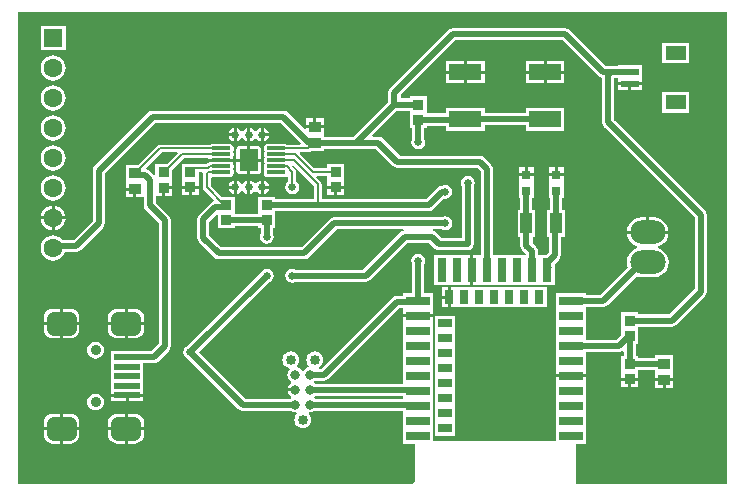
<source format=gtl>
G04*
G04 #@! TF.GenerationSoftware,Altium Limited,Altium Designer,19.1.9 (167)*
G04*
G04 Layer_Physical_Order=1*
G04 Layer_Color=255*
%FSLAX25Y25*%
%MOIN*%
G70*
G01*
G75*
%ADD13C,0.01000*%
%ADD32C,0.03347*%
%ADD40C,0.03150*%
%ADD41R,0.03740X0.03347*%
%ADD42R,0.03937X0.03543*%
G04:AMPARAMS|DCode=43|XSize=11.81mil|YSize=61.02mil|CornerRadius=1.95mil|HoleSize=0mil|Usage=FLASHONLY|Rotation=90.000|XOffset=0mil|YOffset=0mil|HoleType=Round|Shape=RoundedRectangle|*
%AMROUNDEDRECTD43*
21,1,0.01181,0.05713,0,0,90.0*
21,1,0.00791,0.06102,0,0,90.0*
1,1,0.00390,0.02856,0.00396*
1,1,0.00390,0.02856,-0.00396*
1,1,0.00390,-0.02856,-0.00396*
1,1,0.00390,-0.02856,0.00396*
%
%ADD43ROUNDEDRECTD43*%
G04:AMPARAMS|DCode=44|XSize=61.81mil|YSize=74.02mil|CornerRadius=1.85mil|HoleSize=0mil|Usage=FLASHONLY|Rotation=0.000|XOffset=0mil|YOffset=0mil|HoleType=Round|Shape=RoundedRectangle|*
%AMROUNDEDRECTD44*
21,1,0.06181,0.07031,0,0,0.0*
21,1,0.05810,0.07402,0,0,0.0*
1,1,0.00371,0.02905,-0.03515*
1,1,0.00371,-0.02905,-0.03515*
1,1,0.00371,-0.02905,0.03515*
1,1,0.00371,0.02905,0.03515*
%
%ADD44ROUNDEDRECTD44*%
%ADD45R,0.03150X0.02953*%
%ADD46R,0.03937X0.07087*%
G04:AMPARAMS|DCode=47|XSize=78.74mil|YSize=98.43mil|CornerRadius=19.68mil|HoleSize=0mil|Usage=FLASHONLY|Rotation=90.000|XOffset=0mil|YOffset=0mil|HoleType=Round|Shape=RoundedRectangle|*
%AMROUNDEDRECTD47*
21,1,0.07874,0.05906,0,0,90.0*
21,1,0.03937,0.09843,0,0,90.0*
1,1,0.03937,0.02953,0.01968*
1,1,0.03937,0.02953,-0.01968*
1,1,0.03937,-0.02953,-0.01968*
1,1,0.03937,-0.02953,0.01968*
%
%ADD47ROUNDEDRECTD47*%
%ADD48R,0.08858X0.01968*%
%ADD49R,0.10827X0.05512*%
%ADD50R,0.06102X0.02362*%
%ADD51R,0.07087X0.04724*%
%ADD52R,0.07874X0.03150*%
%ADD53R,0.03150X0.07874*%
%ADD54C,0.02000*%
%ADD55C,0.00500*%
%ADD56O,0.11811X0.07874*%
%ADD57C,0.03543*%
%ADD58R,0.03150X0.04724*%
%ADD59R,0.04724X0.03150*%
%ADD60C,0.06299*%
%ADD61R,0.06299X0.06299*%
%ADD62C,0.02500*%
%ADD63C,0.01968*%
G36*
X236500D02*
X186020D01*
Y12638D01*
X185942Y13028D01*
X185924Y13055D01*
X186191Y13555D01*
X189437D01*
Y18555D01*
Y23555D01*
Y28555D01*
Y33555D01*
Y35630D01*
X179563D01*
Y33555D01*
Y28555D01*
Y23555D01*
Y18555D01*
Y14338D01*
X138256D01*
Y18555D01*
Y23555D01*
Y28555D01*
Y33555D01*
Y38555D01*
Y43555D01*
Y48555D01*
Y53555D01*
Y55630D01*
X128382D01*
Y53555D01*
Y48555D01*
Y43555D01*
Y38555D01*
Y33354D01*
X99313D01*
X98832Y33724D01*
X98796Y33992D01*
Y34008D01*
X98832Y34277D01*
X99080Y34467D01*
X102075D01*
X102855Y34622D01*
X103517Y35064D01*
X127227Y58774D01*
X128382D01*
Y56630D01*
X138256D01*
Y58555D01*
Y63705D01*
X135539D01*
Y73502D01*
X135619Y73622D01*
X135794Y74500D01*
X135619Y75378D01*
X135122Y76122D01*
X134378Y76619D01*
X133500Y76794D01*
X132622Y76619D01*
X131878Y76122D01*
X131380Y75378D01*
X131206Y74500D01*
X131380Y73622D01*
X131461Y73502D01*
Y63705D01*
X128382D01*
Y62852D01*
X126382D01*
X126382Y62852D01*
X125601Y62697D01*
X124940Y62255D01*
X101230Y38545D01*
X100415D01*
X100316Y39045D01*
X100398Y39079D01*
X100977Y39523D01*
X101421Y40102D01*
X101700Y40776D01*
X101796Y41500D01*
X101700Y42224D01*
X101421Y42898D01*
X100977Y43477D01*
X100398Y43921D01*
X99724Y44200D01*
X99000Y44296D01*
X98276Y44200D01*
X97602Y43921D01*
X97023Y43477D01*
X96579Y42898D01*
X96300Y42224D01*
X96204Y41500D01*
X96300Y40776D01*
X96579Y40102D01*
X97023Y39523D01*
X96866Y39014D01*
X96828Y39009D01*
X96201Y38749D01*
X95664Y38336D01*
X95276Y37832D01*
X95008Y37796D01*
X94992D01*
X94723Y37832D01*
X94336Y38336D01*
X93799Y38749D01*
X93172Y39009D01*
X93134Y39014D01*
X92977Y39523D01*
X93421Y40102D01*
X93700Y40776D01*
X93796Y41500D01*
X93700Y42224D01*
X93421Y42898D01*
X92977Y43477D01*
X92398Y43921D01*
X91724Y44200D01*
X91000Y44296D01*
X90276Y44200D01*
X89602Y43921D01*
X89023Y43477D01*
X88579Y42898D01*
X88300Y42224D01*
X88204Y41500D01*
X88300Y40776D01*
X88579Y40102D01*
X89023Y39523D01*
X89602Y39079D01*
X90276Y38800D01*
X90421Y38781D01*
X90533Y38576D01*
X90600Y38253D01*
X90251Y37799D01*
X89991Y37172D01*
X89903Y36500D01*
X89991Y35828D01*
X90251Y35201D01*
X90664Y34664D01*
X91168Y34277D01*
X91204Y34008D01*
Y33992D01*
X91168Y33724D01*
X90664Y33336D01*
X90251Y32798D01*
X89991Y32172D01*
X89969Y32000D01*
X92500D01*
Y31000D01*
X89969D01*
X89991Y30828D01*
X90251Y30202D01*
X90664Y29664D01*
X91168Y29276D01*
X91204Y29008D01*
Y28992D01*
X91168Y28723D01*
X90928Y28539D01*
X75845D01*
X60384Y44000D01*
X83736Y67352D01*
X83878Y67381D01*
X84622Y67878D01*
X85119Y68622D01*
X85294Y69500D01*
X85119Y70378D01*
X84622Y71122D01*
X83878Y71619D01*
X83000Y71794D01*
X82122Y71619D01*
X81378Y71122D01*
X80881Y70378D01*
X80852Y70236D01*
X56764Y46148D01*
X56622Y46119D01*
X55878Y45622D01*
X55381Y44878D01*
X55206Y44000D01*
X55381Y43122D01*
X55878Y42378D01*
X56622Y41881D01*
X56764Y41852D01*
X73558Y25058D01*
X74220Y24616D01*
X75000Y24461D01*
X90928D01*
X91202Y24251D01*
X91828Y23991D01*
X92500Y23903D01*
X92811Y23944D01*
X93009Y23509D01*
X93015Y23467D01*
X92579Y22898D01*
X92300Y22224D01*
X92204Y21500D01*
X92300Y20776D01*
X92579Y20102D01*
X93023Y19523D01*
X93602Y19079D01*
X94276Y18800D01*
X95000Y18704D01*
X95724Y18800D01*
X96398Y19079D01*
X96977Y19523D01*
X97421Y20102D01*
X97700Y20776D01*
X97796Y21500D01*
X97700Y22224D01*
X97421Y22898D01*
X96985Y23467D01*
X96991Y23509D01*
X97189Y23944D01*
X97500Y23903D01*
X98172Y23991D01*
X98799Y24251D01*
X98831Y24276D01*
X128382D01*
Y18555D01*
Y13555D01*
X132106D01*
X132299Y13319D01*
Y922D01*
X132098Y721D01*
X131877Y390D01*
X131799Y0D01*
X0D01*
Y157500D01*
X236500D01*
Y0D01*
D02*
G37*
G36*
X128382Y28354D02*
X99313D01*
X98832Y28723D01*
X98825Y28778D01*
X99145Y29245D01*
X99187Y29276D01*
X128382D01*
Y28354D01*
D02*
G37*
%LPC*%
G36*
X15961Y152890D02*
X7661D01*
Y144591D01*
X15961D01*
Y152890D01*
D02*
G37*
G36*
X223799Y147130D02*
X214713D01*
Y140405D01*
X223799D01*
Y147130D01*
D02*
G37*
G36*
X182201Y141130D02*
X176287D01*
Y137874D01*
X182201D01*
Y141130D01*
D02*
G37*
G36*
X155626D02*
X149713D01*
Y137874D01*
X155626D01*
Y141130D01*
D02*
G37*
G36*
X175287D02*
X169374D01*
Y137874D01*
X175287D01*
Y141130D01*
D02*
G37*
G36*
X148713D02*
X142799D01*
Y137874D01*
X148713D01*
Y141130D01*
D02*
G37*
G36*
X11811Y142926D02*
X10728Y142783D01*
X9718Y142365D01*
X8851Y141700D01*
X8186Y140833D01*
X7768Y139823D01*
X7626Y138740D01*
X7768Y137657D01*
X8186Y136647D01*
X8851Y135781D01*
X9718Y135116D01*
X10728Y134697D01*
X11811Y134555D01*
X12894Y134697D01*
X13904Y135116D01*
X14771Y135781D01*
X15436Y136647D01*
X15854Y137657D01*
X15996Y138740D01*
X15854Y139823D01*
X15436Y140833D01*
X14771Y141700D01*
X13904Y142365D01*
X12894Y142783D01*
X11811Y142926D01*
D02*
G37*
G36*
X145000Y152039D02*
X144220Y151884D01*
X143558Y151442D01*
X143558Y151442D01*
X124117Y132001D01*
X123675Y131339D01*
X123520Y130559D01*
Y127404D01*
X111998Y115882D01*
X101969D01*
Y118658D01*
X96031D01*
Y118506D01*
X95570Y118314D01*
X89942Y123942D01*
X89280Y124384D01*
X88500Y124539D01*
X45000D01*
X44220Y124384D01*
X43558Y123942D01*
X25558Y105942D01*
X25116Y105280D01*
X24961Y104500D01*
Y87845D01*
X18655Y81539D01*
X14894D01*
X14771Y81700D01*
X13904Y82365D01*
X12894Y82783D01*
X11811Y82926D01*
X10728Y82783D01*
X9718Y82365D01*
X8851Y81700D01*
X8186Y80833D01*
X7768Y79823D01*
X7626Y78740D01*
X7768Y77657D01*
X8186Y76648D01*
X8851Y75781D01*
X9718Y75116D01*
X10728Y74697D01*
X11811Y74555D01*
X12894Y74697D01*
X13904Y75116D01*
X14771Y75781D01*
X15436Y76648D01*
X15773Y77461D01*
X19500D01*
X20280Y77616D01*
X20942Y78058D01*
X28442Y85558D01*
X28884Y86220D01*
X29039Y87000D01*
Y103655D01*
X45845Y120461D01*
X87655D01*
X94443Y113673D01*
X94251Y113212D01*
X89845D01*
X89476Y113458D01*
X89010Y113551D01*
X83297D01*
X82831Y113458D01*
X82436Y113194D01*
X82172Y112799D01*
X82079Y112333D01*
Y111541D01*
X82172Y111075D01*
X82253Y110953D01*
X82172Y110830D01*
X82079Y110364D01*
Y109573D01*
X82172Y109107D01*
X82253Y108984D01*
X82172Y108862D01*
X82079Y108396D01*
Y107604D01*
X82172Y107138D01*
X82253Y107016D01*
X82172Y106893D01*
X82079Y106427D01*
Y105636D01*
X82172Y105170D01*
X82253Y105047D01*
X82172Y104925D01*
X82079Y104459D01*
Y103667D01*
X82172Y103201D01*
X82436Y102806D01*
X82831Y102542D01*
X83297Y102449D01*
X89010D01*
X89476Y102542D01*
X89726Y102708D01*
X90190Y102519D01*
X90225Y102487D01*
Y100855D01*
X89878Y100622D01*
X89381Y99878D01*
X89206Y99000D01*
X89381Y98122D01*
X89878Y97378D01*
X90622Y96881D01*
X91500Y96706D01*
X92378Y96881D01*
X93122Y97378D01*
X93619Y98122D01*
X93794Y99000D01*
X93619Y99878D01*
X93122Y100622D01*
X92774Y100855D01*
Y104012D01*
X92677Y104500D01*
X92401Y104913D01*
X91374Y105940D01*
X91543Y106479D01*
X91692Y106506D01*
X98725Y99472D01*
Y95039D01*
X85870D01*
Y95732D01*
X80130D01*
Y89980D01*
X72370D01*
Y95732D01*
X68070D01*
X64275Y99528D01*
Y102120D01*
X64307Y102175D01*
X64775Y102492D01*
X64990Y102449D01*
X70703D01*
X71169Y102542D01*
X71564Y102806D01*
X71828Y103201D01*
X71921Y103667D01*
Y104459D01*
X71828Y104925D01*
X71747Y105047D01*
X71828Y105170D01*
X71921Y105636D01*
Y106427D01*
X71828Y106893D01*
X71747Y107016D01*
X71828Y107138D01*
X71900Y107500D01*
X71248D01*
X71169Y107553D01*
X70703Y107646D01*
X67847D01*
X64990D01*
X64524Y107553D01*
X64445Y107500D01*
X63752D01*
X63557Y107209D01*
X63144Y106933D01*
X62968Y106757D01*
X58923D01*
X58800Y106732D01*
X54630D01*
Y101386D01*
Y99441D01*
X57500D01*
X60370D01*
Y101386D01*
Y104208D01*
X61414D01*
X61767Y103708D01*
X61725Y103500D01*
Y99000D01*
X61822Y98512D01*
X62099Y98099D01*
X65416Y94781D01*
X65271Y94303D01*
X65105Y94270D01*
X64444Y93828D01*
X60387Y89770D01*
X59944Y89109D01*
X59789Y88328D01*
Y82172D01*
X59944Y81391D01*
X60387Y80730D01*
X65558Y75558D01*
X66220Y75116D01*
X67000Y74961D01*
X95500D01*
X96280Y75116D01*
X96942Y75558D01*
X106345Y84961D01*
X128557D01*
X128606Y84461D01*
X128220Y84384D01*
X127558Y83942D01*
X115155Y71539D01*
X92498D01*
X92378Y71619D01*
X91500Y71794D01*
X90622Y71619D01*
X89878Y71122D01*
X89381Y70378D01*
X89206Y69500D01*
X89381Y68622D01*
X89878Y67878D01*
X90622Y67381D01*
X91500Y67206D01*
X92378Y67381D01*
X92498Y67461D01*
X116000D01*
X116780Y67616D01*
X117442Y68058D01*
X129845Y80461D01*
X137155D01*
X139058Y78558D01*
X139720Y78116D01*
X140500Y77961D01*
X150000D01*
X150780Y78116D01*
X151442Y78558D01*
X151884Y79220D01*
X152039Y80000D01*
Y99502D01*
X152120Y99622D01*
X152294Y100500D01*
X152120Y101378D01*
X151622Y102122D01*
X150878Y102620D01*
X150000Y102794D01*
X149122Y102620D01*
X148378Y102122D01*
X147880Y101378D01*
X147706Y100500D01*
X147880Y99622D01*
X147961Y99502D01*
Y82039D01*
X141345D01*
X139442Y83942D01*
X138780Y84384D01*
X138394Y84461D01*
X138443Y84961D01*
X141502D01*
X141622Y84881D01*
X142500Y84706D01*
X143378Y84881D01*
X144122Y85378D01*
X144620Y86122D01*
X144794Y87000D01*
X144620Y87878D01*
X144122Y88622D01*
X143378Y89119D01*
X142500Y89294D01*
X141622Y89119D01*
X141502Y89039D01*
X105500D01*
X105500Y89039D01*
X104720Y88884D01*
X104058Y88442D01*
X104058Y88442D01*
X94655Y79039D01*
X67845D01*
X63868Y83016D01*
Y87484D01*
X66168Y89784D01*
X66630Y89593D01*
Y85268D01*
X72370D01*
Y85902D01*
X80130D01*
Y85268D01*
X80961D01*
Y83498D01*
X80881Y83378D01*
X80706Y82500D01*
X80881Y81622D01*
X81378Y80878D01*
X82122Y80381D01*
X83000Y80206D01*
X83878Y80381D01*
X84622Y80878D01*
X85119Y81622D01*
X85294Y82500D01*
X85119Y83378D01*
X85039Y83498D01*
Y85268D01*
X85870D01*
Y90961D01*
X137000D01*
X137780Y91116D01*
X138442Y91558D01*
X142158Y95274D01*
X142500Y95206D01*
X143378Y95381D01*
X144122Y95878D01*
X144620Y96622D01*
X144794Y97500D01*
X144620Y98378D01*
X144122Y99122D01*
X143378Y99619D01*
X142500Y99794D01*
X141622Y99619D01*
X141502Y99539D01*
X141500D01*
X140720Y99384D01*
X140058Y98942D01*
X136155Y95039D01*
X101275D01*
Y100000D01*
X101178Y100488D01*
X100901Y100901D01*
X99480Y102323D01*
X99671Y102785D01*
X103130D01*
Y101386D01*
Y99441D01*
X106000D01*
X108870D01*
Y101386D01*
Y106732D01*
X103130D01*
Y105333D01*
X98890D01*
X94023Y110201D01*
X94214Y110662D01*
X96898D01*
X97385Y110759D01*
X97799Y111036D01*
X97834Y111071D01*
X101969D01*
Y111803D01*
X119313D01*
X125058Y106058D01*
X125720Y105616D01*
X126500Y105461D01*
X153155D01*
X154370Y104246D01*
Y76303D01*
X151909D01*
Y71366D01*
Y66429D01*
X178984D01*
Y72293D01*
X179014Y72441D01*
X178984Y72588D01*
Y73419D01*
X180442Y74877D01*
X180884Y75538D01*
X181039Y76319D01*
Y82457D01*
X182390D01*
Y91543D01*
X181500D01*
Y95366D01*
X182075D01*
Y100181D01*
X182075Y100319D01*
Y100681D01*
X182075Y100819D01*
Y102657D01*
X176925D01*
Y100819D01*
X176925Y100681D01*
Y100319D01*
X176925Y100181D01*
Y95366D01*
X177421D01*
Y91543D01*
X176453D01*
Y82457D01*
X176961D01*
Y77164D01*
X176100Y76303D01*
X173449D01*
Y77591D01*
X173293Y78371D01*
X172851Y79032D01*
X171618Y80266D01*
Y82457D01*
X172547D01*
Y91543D01*
X171579D01*
Y95366D01*
X172075D01*
Y100181D01*
X172075Y100319D01*
Y100681D01*
X172075Y100819D01*
Y102657D01*
X166925D01*
Y100819D01*
X166925Y100681D01*
Y100319D01*
X166925Y100181D01*
Y95366D01*
X167500D01*
Y91543D01*
X166610D01*
Y82457D01*
X167540D01*
Y79421D01*
X167695Y78641D01*
X168137Y77979D01*
X169313Y76803D01*
X169232Y76303D01*
X158449D01*
Y105091D01*
X158449Y105091D01*
X158293Y105871D01*
X157851Y106533D01*
X155442Y108942D01*
X154780Y109384D01*
X154000Y109539D01*
X127345D01*
X121599Y115284D01*
X120938Y115726D01*
X120158Y115882D01*
X118419D01*
X118228Y116344D01*
X126404Y124520D01*
X130630D01*
Y118768D01*
X131461D01*
Y114998D01*
X131380Y114878D01*
X131206Y114000D01*
X131380Y113122D01*
X131878Y112378D01*
X132622Y111881D01*
X133500Y111706D01*
X134378Y111881D01*
X135122Y112378D01*
X135619Y113122D01*
X135794Y114000D01*
X135619Y114878D01*
X135539Y114998D01*
Y118768D01*
X136370D01*
Y119494D01*
X142799D01*
Y117870D01*
X155626D01*
Y119587D01*
X169374D01*
Y117870D01*
X182201D01*
Y125382D01*
X169374D01*
Y123665D01*
X155626D01*
Y125382D01*
X142799D01*
Y123573D01*
X136370D01*
Y129232D01*
X130630D01*
Y128598D01*
X127598D01*
Y129714D01*
X145845Y147961D01*
X181655D01*
X193590Y136027D01*
X194251Y135584D01*
X194821Y135471D01*
Y120640D01*
X194976Y119860D01*
X195418Y119198D01*
X225620Y88996D01*
Y65004D01*
X217214Y56598D01*
X206870D01*
Y57232D01*
X201130D01*
Y51886D01*
Y49652D01*
X199647Y48169D01*
X189437D01*
Y53555D01*
Y59091D01*
X195161D01*
X195942Y59246D01*
X196603Y59688D01*
X206292Y69377D01*
X206743Y69190D01*
X208032Y69020D01*
X211968D01*
X213257Y69190D01*
X214458Y69687D01*
X215490Y70479D01*
X216281Y71510D01*
X216778Y72711D01*
X216948Y74000D01*
X216778Y75289D01*
X216281Y76490D01*
X215490Y77521D01*
X214458Y78312D01*
X213452Y78729D01*
Y79271D01*
X214458Y79688D01*
X215490Y80479D01*
X216281Y81510D01*
X216778Y82711D01*
X216882Y83500D01*
X210000D01*
X203118D01*
X203222Y82711D01*
X203719Y81510D01*
X204510Y80479D01*
X205542Y79688D01*
X206548Y79271D01*
Y78729D01*
X205542Y78312D01*
X204510Y77521D01*
X203719Y76490D01*
X203222Y75289D01*
X203052Y74000D01*
X203222Y72711D01*
X203408Y72261D01*
X194317Y63169D01*
X189437D01*
Y63705D01*
X179563D01*
Y58555D01*
Y53555D01*
Y48555D01*
Y43555D01*
Y38555D01*
Y36630D01*
X189437D01*
Y38555D01*
Y44091D01*
X200492D01*
X201272Y44246D01*
X201461Y44372D01*
X201961Y44104D01*
Y42732D01*
X201130D01*
Y37386D01*
Y35441D01*
X204000D01*
Y34941D01*
D01*
Y35441D01*
X206870D01*
Y38069D01*
X212531D01*
Y35342D01*
X215500D01*
X218468D01*
Y37386D01*
Y42929D01*
X212531D01*
Y42147D01*
X206870D01*
Y42732D01*
X206039D01*
Y46768D01*
X206870D01*
Y52520D01*
X218059D01*
X218839Y52675D01*
X219501Y53117D01*
X229101Y62717D01*
X229543Y63379D01*
X229698Y64159D01*
X229698Y64159D01*
Y89841D01*
X229543Y90621D01*
X229101Y91283D01*
X198899Y121485D01*
Y135429D01*
X199949D01*
Y134031D01*
X204000D01*
X208051D01*
Y135287D01*
Y139650D01*
X199949D01*
Y139508D01*
X195876D01*
X183942Y151442D01*
X183280Y151884D01*
X182500Y152039D01*
X145000D01*
X145000Y152039D01*
D02*
G37*
G36*
X182201Y136874D02*
X176287D01*
Y133618D01*
X182201D01*
Y136874D01*
D02*
G37*
G36*
X175287D02*
X169374D01*
Y133618D01*
X175287D01*
Y136874D01*
D02*
G37*
G36*
X155626D02*
X149713D01*
Y133618D01*
X155626D01*
Y136874D01*
D02*
G37*
G36*
X148713D02*
X142799D01*
Y133618D01*
X148713D01*
Y136874D01*
D02*
G37*
G36*
X208051Y133031D02*
X204500D01*
Y131350D01*
X208051D01*
Y133031D01*
D02*
G37*
G36*
X203500D02*
X199949D01*
Y131350D01*
X203500D01*
Y133031D01*
D02*
G37*
G36*
X11811Y132926D02*
X10728Y132783D01*
X9718Y132365D01*
X8851Y131700D01*
X8186Y130833D01*
X7768Y129823D01*
X7626Y128740D01*
X7768Y127657D01*
X8186Y126647D01*
X8851Y125781D01*
X9718Y125116D01*
X10728Y124697D01*
X11811Y124555D01*
X12894Y124697D01*
X13904Y125116D01*
X14771Y125781D01*
X15436Y126647D01*
X15854Y127657D01*
X15996Y128740D01*
X15854Y129823D01*
X15436Y130833D01*
X14771Y131700D01*
X13904Y132365D01*
X12894Y132783D01*
X11811Y132926D01*
D02*
G37*
G36*
X223799Y130595D02*
X214713D01*
Y123870D01*
X223799D01*
Y130595D01*
D02*
G37*
G36*
X101969Y121929D02*
X99500D01*
Y119658D01*
X101969D01*
Y121929D01*
D02*
G37*
G36*
X98500D02*
X96031D01*
Y119658D01*
X98500D01*
Y121929D01*
D02*
G37*
G36*
X81000Y118695D02*
X80622Y118620D01*
X79878Y118122D01*
X79542Y117620D01*
X78958D01*
X78622Y118122D01*
X77878Y118620D01*
X77500Y118695D01*
Y116500D01*
Y114305D01*
X77878Y114381D01*
X78622Y114878D01*
X78958Y115380D01*
X79542D01*
X79878Y114878D01*
X80622Y114381D01*
X81000Y114305D01*
Y116500D01*
Y118695D01*
D02*
G37*
G36*
X76500D02*
X76122Y118620D01*
X75378Y118122D01*
X75042Y117620D01*
X74458D01*
X74122Y118122D01*
X73378Y118620D01*
X73000Y118695D01*
Y116500D01*
Y114305D01*
X73378Y114381D01*
X74122Y114878D01*
X74458Y115380D01*
X75042D01*
X75378Y114878D01*
X76122Y114381D01*
X76500Y114305D01*
Y116500D01*
Y118695D01*
D02*
G37*
G36*
X82000D02*
Y117000D01*
X83695D01*
X83619Y117378D01*
X83122Y118122D01*
X82378Y118620D01*
X82000Y118695D01*
D02*
G37*
G36*
X72000D02*
X71622Y118620D01*
X70878Y118122D01*
X70381Y117378D01*
X70305Y117000D01*
X72000D01*
Y118695D01*
D02*
G37*
G36*
X11811Y122926D02*
X10728Y122783D01*
X9718Y122365D01*
X8851Y121700D01*
X8186Y120833D01*
X7768Y119823D01*
X7626Y118740D01*
X7768Y117657D01*
X8186Y116648D01*
X8851Y115781D01*
X9718Y115115D01*
X10728Y114697D01*
X11811Y114555D01*
X12894Y114697D01*
X13904Y115115D01*
X14771Y115781D01*
X15436Y116648D01*
X15854Y117657D01*
X15996Y118740D01*
X15854Y119823D01*
X15436Y120833D01*
X14771Y121700D01*
X13904Y122365D01*
X12894Y122783D01*
X11811Y122926D01*
D02*
G37*
G36*
X83695Y116000D02*
X82000D01*
Y114305D01*
X82378Y114381D01*
X83122Y114878D01*
X83619Y115622D01*
X83695Y116000D01*
D02*
G37*
G36*
X72000D02*
X70305D01*
X70381Y115622D01*
X70878Y114878D01*
X71622Y114381D01*
X72000Y114305D01*
Y116000D01*
D02*
G37*
G36*
X79905Y112724D02*
X77500D01*
Y108500D01*
X81114D01*
Y111515D01*
X81022Y111978D01*
X80760Y112370D01*
X80368Y112632D01*
X79905Y112724D01*
D02*
G37*
G36*
X76500D02*
X74095D01*
X73632Y112632D01*
X73240Y112370D01*
X72978Y111978D01*
X72886Y111515D01*
Y108500D01*
X76500D01*
Y112724D01*
D02*
G37*
G36*
X70703Y113551D02*
X64990D01*
X64524Y113458D01*
X64155Y113212D01*
X47476D01*
X46989Y113115D01*
X46575Y112838D01*
X40166Y106429D01*
X36031D01*
Y100886D01*
Y98843D01*
X39000D01*
Y98343D01*
X39500D01*
Y95571D01*
X41961D01*
Y93000D01*
X42116Y92220D01*
X42558Y91558D01*
X46961Y87155D01*
Y46845D01*
X44474Y44358D01*
X36463D01*
X36187Y44303D01*
X31034D01*
Y40335D01*
Y37185D01*
Y34035D01*
Y30886D01*
Y30220D01*
X36463D01*
X41892D01*
Y30886D01*
Y34035D01*
Y37185D01*
Y40280D01*
X45319D01*
X46099Y40435D01*
X46761Y40877D01*
X50442Y44558D01*
X50884Y45220D01*
X51039Y46000D01*
Y88000D01*
X50884Y88780D01*
X50442Y89442D01*
X46039Y93845D01*
Y96153D01*
X48130D01*
Y98827D01*
X48630D01*
Y99327D01*
X51500D01*
Y101272D01*
Y104816D01*
X55378Y108694D01*
X63527D01*
X63686Y108500D01*
X64445D01*
X64524Y108447D01*
X64990Y108354D01*
X67847D01*
X70703D01*
X71169Y108447D01*
X71248Y108500D01*
X71900D01*
X71828Y108862D01*
X71747Y108984D01*
X71828Y109107D01*
X71921Y109573D01*
Y110364D01*
X71828Y110830D01*
X71747Y110953D01*
X71828Y111075D01*
X71921Y111541D01*
Y112333D01*
X71828Y112799D01*
X71564Y113194D01*
X71169Y113458D01*
X70703Y113551D01*
D02*
G37*
G36*
X11811Y112926D02*
X10728Y112783D01*
X9718Y112365D01*
X8851Y111700D01*
X8186Y110833D01*
X7768Y109823D01*
X7626Y108740D01*
X7768Y107657D01*
X8186Y106648D01*
X8851Y105781D01*
X9718Y105115D01*
X10728Y104697D01*
X11811Y104555D01*
X12894Y104697D01*
X13904Y105115D01*
X14771Y105781D01*
X15436Y106648D01*
X15854Y107657D01*
X15996Y108740D01*
X15854Y109823D01*
X15436Y110833D01*
X14771Y111700D01*
X13904Y112365D01*
X12894Y112783D01*
X11811Y112926D01*
D02*
G37*
G36*
X182075Y105634D02*
X180000D01*
Y103657D01*
X182075D01*
Y105634D01*
D02*
G37*
G36*
X179000D02*
X176925D01*
Y103657D01*
X179000D01*
Y105634D01*
D02*
G37*
G36*
X172075D02*
X170000D01*
Y103657D01*
X172075D01*
Y105634D01*
D02*
G37*
G36*
X169000D02*
X166925D01*
Y103657D01*
X169000D01*
Y105634D01*
D02*
G37*
G36*
X81114Y107500D02*
X77500D01*
Y103276D01*
X79905D01*
X80368Y103368D01*
X80760Y103630D01*
X81022Y104022D01*
X81114Y104485D01*
Y107500D01*
D02*
G37*
G36*
X76500D02*
X72886D01*
Y104485D01*
X72978Y104022D01*
X73240Y103630D01*
X73632Y103368D01*
X74095Y103276D01*
X76500D01*
Y107500D01*
D02*
G37*
G36*
X81000Y101195D02*
X80622Y101119D01*
X79878Y100622D01*
X79542Y100120D01*
X78958D01*
X78622Y100622D01*
X77878Y101119D01*
X77500Y101195D01*
Y99000D01*
Y96805D01*
X77878Y96881D01*
X78622Y97378D01*
X78958Y97880D01*
X79542D01*
X79878Y97378D01*
X80622Y96881D01*
X81000Y96805D01*
Y99000D01*
Y101195D01*
D02*
G37*
G36*
X76500D02*
X76122Y101119D01*
X75378Y100622D01*
X75042Y100120D01*
X74458D01*
X74122Y100622D01*
X73378Y101119D01*
X73000Y101195D01*
Y99000D01*
Y96805D01*
X73378Y96881D01*
X74122Y97378D01*
X74458Y97880D01*
X75042D01*
X75378Y97378D01*
X76122Y96881D01*
X76500Y96805D01*
Y99000D01*
Y101195D01*
D02*
G37*
G36*
X82000D02*
Y99500D01*
X83695D01*
X83619Y99878D01*
X83122Y100622D01*
X82378Y101119D01*
X82000Y101195D01*
D02*
G37*
G36*
X72000D02*
X71622Y101119D01*
X70878Y100622D01*
X70381Y99878D01*
X70305Y99500D01*
X72000D01*
Y101195D01*
D02*
G37*
G36*
X83695Y98500D02*
X82000D01*
Y96805D01*
X82378Y96881D01*
X83122Y97378D01*
X83619Y98122D01*
X83695Y98500D01*
D02*
G37*
G36*
X72000D02*
X70305D01*
X70381Y98122D01*
X70878Y97378D01*
X71622Y96881D01*
X72000Y96805D01*
Y98500D01*
D02*
G37*
G36*
X108870Y98441D02*
X106500D01*
Y96268D01*
X108870D01*
Y98441D01*
D02*
G37*
G36*
X105500D02*
X103130D01*
Y96268D01*
X105500D01*
Y98441D01*
D02*
G37*
G36*
X60370D02*
X58000D01*
Y96268D01*
X60370D01*
Y98441D01*
D02*
G37*
G36*
X57000D02*
X54630D01*
Y96268D01*
X57000D01*
Y98441D01*
D02*
G37*
G36*
X51500Y98327D02*
X49130D01*
Y96153D01*
X51500D01*
Y98327D01*
D02*
G37*
G36*
X38500Y97843D02*
X36031D01*
Y95571D01*
X38500D01*
Y97843D01*
D02*
G37*
G36*
X11811Y102926D02*
X10728Y102783D01*
X9718Y102365D01*
X8851Y101700D01*
X8186Y100833D01*
X7768Y99823D01*
X7626Y98740D01*
X7768Y97657D01*
X8186Y96648D01*
X8851Y95781D01*
X9718Y95116D01*
X10728Y94697D01*
X11811Y94555D01*
X12894Y94697D01*
X13904Y95116D01*
X14771Y95781D01*
X15436Y96648D01*
X15854Y97657D01*
X15996Y98740D01*
X15854Y99823D01*
X15436Y100833D01*
X14771Y101700D01*
X13904Y102365D01*
X12894Y102783D01*
X11811Y102926D01*
D02*
G37*
G36*
X12311Y92860D02*
Y89240D01*
X15931D01*
X15854Y89823D01*
X15436Y90833D01*
X14771Y91700D01*
X13904Y92365D01*
X12894Y92783D01*
X12311Y92860D01*
D02*
G37*
G36*
X11311D02*
X10728Y92783D01*
X9718Y92365D01*
X8851Y91700D01*
X8186Y90833D01*
X7768Y89823D01*
X7691Y89240D01*
X11311D01*
Y92860D01*
D02*
G37*
G36*
X15931Y88240D02*
X12311D01*
Y84621D01*
X12894Y84697D01*
X13904Y85115D01*
X14771Y85781D01*
X15436Y86647D01*
X15854Y87657D01*
X15931Y88240D01*
D02*
G37*
G36*
X11311D02*
X7691D01*
X7768Y87657D01*
X8186Y86647D01*
X8851Y85781D01*
X9718Y85115D01*
X10728Y84697D01*
X11311Y84621D01*
Y88240D01*
D02*
G37*
G36*
X211968Y88980D02*
X210500D01*
Y84500D01*
X216882D01*
X216778Y85289D01*
X216281Y86490D01*
X215490Y87521D01*
X214458Y88313D01*
X213257Y88810D01*
X211968Y88980D01*
D02*
G37*
G36*
X209500D02*
X208032D01*
X206743Y88810D01*
X205542Y88313D01*
X204510Y87521D01*
X203719Y86490D01*
X203222Y85289D01*
X203118Y84500D01*
X209500D01*
Y88980D01*
D02*
G37*
G36*
X150909Y76303D02*
X138835D01*
Y66429D01*
X150909D01*
Y71366D01*
Y76303D01*
D02*
G37*
G36*
X143410Y65673D02*
X141335D01*
Y62811D01*
X143410D01*
Y65673D01*
D02*
G37*
G36*
X176484D02*
X144410D01*
Y62311D01*
Y58949D01*
X176484D01*
Y65673D01*
D02*
G37*
G36*
X143410Y61811D02*
X141335D01*
Y58949D01*
X143410D01*
Y61811D01*
D02*
G37*
G36*
X39042Y58502D02*
X36589D01*
Y54039D01*
X42036D01*
Y55508D01*
X41934Y56283D01*
X41635Y57005D01*
X41159Y57625D01*
X40539Y58101D01*
X39817Y58400D01*
X39042Y58502D01*
D02*
G37*
G36*
X17585D02*
X15132D01*
Y54039D01*
X20579D01*
Y55508D01*
X20477Y56283D01*
X20178Y57005D01*
X19702Y57625D01*
X19082Y58101D01*
X18360Y58400D01*
X17585Y58502D01*
D02*
G37*
G36*
X35589D02*
X33136D01*
X32361Y58400D01*
X31639Y58101D01*
X31019Y57625D01*
X30543Y57005D01*
X30244Y56283D01*
X30142Y55508D01*
Y54039D01*
X35589D01*
Y58502D01*
D02*
G37*
G36*
X14132D02*
X11680D01*
X10905Y58400D01*
X10182Y58101D01*
X9562Y57625D01*
X9087Y57005D01*
X8787Y56283D01*
X8685Y55508D01*
Y54039D01*
X14132D01*
Y58502D01*
D02*
G37*
G36*
X42036Y53039D02*
X36589D01*
Y48577D01*
X39042D01*
X39817Y48679D01*
X40539Y48978D01*
X41159Y49454D01*
X41635Y50074D01*
X41934Y50796D01*
X42036Y51571D01*
Y53039D01*
D02*
G37*
G36*
X35589D02*
X30142D01*
Y51571D01*
X30244Y50796D01*
X30543Y50074D01*
X31019Y49454D01*
X31639Y48978D01*
X32361Y48679D01*
X33136Y48577D01*
X35589D01*
Y53039D01*
D02*
G37*
G36*
X20579D02*
X15132D01*
Y48577D01*
X17585D01*
X18360Y48679D01*
X19082Y48978D01*
X19702Y49454D01*
X20178Y50074D01*
X20477Y50796D01*
X20579Y51571D01*
Y53039D01*
D02*
G37*
G36*
X14132D02*
X8685D01*
Y51571D01*
X8787Y50796D01*
X9087Y50074D01*
X9562Y49454D01*
X10182Y48978D01*
X10905Y48679D01*
X11680Y48577D01*
X14132D01*
Y53039D01*
D02*
G37*
G36*
X25932Y47477D02*
X25208Y47381D01*
X24534Y47102D01*
X23955Y46658D01*
X23510Y46079D01*
X23231Y45405D01*
X23136Y44681D01*
X23231Y43958D01*
X23510Y43283D01*
X23955Y42704D01*
X24534Y42260D01*
X25208Y41981D01*
X25932Y41886D01*
X26655Y41981D01*
X27329Y42260D01*
X27908Y42704D01*
X28352Y43283D01*
X28632Y43958D01*
X28727Y44681D01*
X28632Y45405D01*
X28352Y46079D01*
X27908Y46658D01*
X27329Y47102D01*
X26655Y47381D01*
X25932Y47477D01*
D02*
G37*
G36*
X206870Y34441D02*
X204500D01*
Y32268D01*
X206870D01*
Y34441D01*
D02*
G37*
G36*
X203500D02*
X201130D01*
Y32268D01*
X203500D01*
Y34441D01*
D02*
G37*
G36*
X218468Y34343D02*
X216000D01*
Y32071D01*
X218468D01*
Y34343D01*
D02*
G37*
G36*
X215000D02*
X212531D01*
Y32071D01*
X215000D01*
Y34343D01*
D02*
G37*
G36*
X41892Y29221D02*
X36963D01*
Y27736D01*
X41892D01*
Y29221D01*
D02*
G37*
G36*
X35963D02*
X31034D01*
Y27736D01*
X35963D01*
Y29221D01*
D02*
G37*
G36*
X25932Y30154D02*
X25208Y30059D01*
X24534Y29779D01*
X23955Y29335D01*
X23510Y28756D01*
X23231Y28082D01*
X23136Y27358D01*
X23231Y26635D01*
X23510Y25960D01*
X23955Y25381D01*
X24534Y24937D01*
X25208Y24658D01*
X25932Y24563D01*
X26655Y24658D01*
X27329Y24937D01*
X27908Y25381D01*
X28352Y25960D01*
X28632Y26635D01*
X28727Y27358D01*
X28632Y28082D01*
X28352Y28756D01*
X27908Y29335D01*
X27329Y29779D01*
X26655Y30059D01*
X25932Y30154D01*
D02*
G37*
G36*
X39042Y23463D02*
X36589D01*
Y19000D01*
X42036D01*
Y20469D01*
X41934Y21244D01*
X41635Y21966D01*
X41159Y22586D01*
X40539Y23062D01*
X39817Y23361D01*
X39042Y23463D01*
D02*
G37*
G36*
X17585D02*
X15132D01*
Y19000D01*
X20579D01*
Y20469D01*
X20477Y21244D01*
X20178Y21966D01*
X19702Y22586D01*
X19082Y23062D01*
X18360Y23361D01*
X17585Y23463D01*
D02*
G37*
G36*
X14132D02*
X11680D01*
X10905Y23361D01*
X10182Y23062D01*
X9562Y22586D01*
X9087Y21966D01*
X8787Y21244D01*
X8685Y20469D01*
Y19000D01*
X14132D01*
Y23463D01*
D02*
G37*
G36*
X35589D02*
X33136D01*
X32361Y23361D01*
X31639Y23062D01*
X31019Y22586D01*
X30543Y21966D01*
X30244Y21244D01*
X30142Y20469D01*
Y19000D01*
X35589D01*
Y23463D01*
D02*
G37*
G36*
X145736Y56205D02*
X139012D01*
Y51055D01*
Y46055D01*
Y41055D01*
Y36055D01*
Y31055D01*
Y26055D01*
Y21055D01*
Y16055D01*
X145736D01*
Y21055D01*
Y26055D01*
Y31055D01*
Y36055D01*
Y41055D01*
Y46055D01*
Y51055D01*
Y56205D01*
D02*
G37*
G36*
X42036Y18000D02*
X36589D01*
Y13537D01*
X39042D01*
X39817Y13639D01*
X40539Y13938D01*
X41159Y14414D01*
X41635Y15034D01*
X41934Y15756D01*
X42036Y16532D01*
Y18000D01*
D02*
G37*
G36*
X35589D02*
X30142D01*
Y16532D01*
X30244Y15756D01*
X30543Y15034D01*
X31019Y14414D01*
X31639Y13938D01*
X32361Y13639D01*
X33136Y13537D01*
X35589D01*
Y18000D01*
D02*
G37*
G36*
X20579D02*
X15132D01*
Y13537D01*
X17585D01*
X18360Y13639D01*
X19082Y13938D01*
X19702Y14414D01*
X20178Y15034D01*
X20477Y15756D01*
X20579Y16532D01*
Y18000D01*
D02*
G37*
G36*
X14132D02*
X8685D01*
Y16532D01*
X8787Y15756D01*
X9087Y15034D01*
X9562Y14414D01*
X10182Y13938D01*
X10905Y13639D01*
X11680Y13537D01*
X14132D01*
Y18000D01*
D02*
G37*
%LPD*%
G36*
X53280Y110201D02*
X49698Y106618D01*
X45760D01*
Y103331D01*
X45260Y103124D01*
X43942Y104442D01*
X43280Y104884D01*
X42990Y104942D01*
X42826Y105484D01*
X48004Y110662D01*
X53089D01*
X53280Y110201D01*
D02*
G37*
D13*
X203803Y49441D02*
X204000D01*
X176409Y71366D02*
X177484Y72441D01*
D32*
X99000Y41500D02*
D03*
X91000D02*
D03*
X95000Y21500D02*
D03*
D40*
X92500Y36500D02*
D03*
X97500Y26500D02*
D03*
X92500D02*
D03*
X97500Y31500D02*
D03*
Y36500D02*
D03*
X92500Y31500D02*
D03*
D41*
X83000Y93059D02*
D03*
Y87941D02*
D03*
X69500Y93059D02*
D03*
Y87941D02*
D03*
X106000Y104059D02*
D03*
Y98941D02*
D03*
X48630Y103945D02*
D03*
Y98827D02*
D03*
X57500Y104059D02*
D03*
Y98941D02*
D03*
X204000Y54559D02*
D03*
Y49441D02*
D03*
Y40059D02*
D03*
Y34941D02*
D03*
X133500Y126559D02*
D03*
Y121441D02*
D03*
D42*
X99000Y119158D02*
D03*
Y113842D02*
D03*
X39000Y98343D02*
D03*
Y103657D02*
D03*
X215500Y34843D02*
D03*
Y40157D02*
D03*
D43*
X86154Y104063D02*
D03*
Y106032D02*
D03*
Y108000D02*
D03*
Y109968D02*
D03*
X67847Y104063D02*
D03*
Y106032D02*
D03*
Y108000D02*
D03*
Y109968D02*
D03*
Y111937D02*
D03*
X86154D02*
D03*
D44*
X77000Y108000D02*
D03*
D45*
X169500Y103157D02*
D03*
Y97843D02*
D03*
X179500Y103157D02*
D03*
Y97843D02*
D03*
D46*
X179421Y87000D02*
D03*
X169579D02*
D03*
D47*
X36089Y18500D02*
D03*
X14632D02*
D03*
Y53539D02*
D03*
X36089D02*
D03*
D48*
X36463Y29721D02*
D03*
Y32870D02*
D03*
Y42319D02*
D03*
Y39169D02*
D03*
Y36020D02*
D03*
D49*
X175787Y121626D02*
D03*
Y137374D02*
D03*
X149213Y121626D02*
D03*
Y137374D02*
D03*
D50*
X204000Y133531D02*
D03*
Y137469D02*
D03*
D51*
X219256Y127232D02*
D03*
Y143768D02*
D03*
D52*
X184500Y16130D02*
D03*
Y21130D02*
D03*
Y26130D02*
D03*
Y31130D02*
D03*
Y36130D02*
D03*
Y41130D02*
D03*
Y46130D02*
D03*
Y51130D02*
D03*
Y56130D02*
D03*
Y61130D02*
D03*
X133319D02*
D03*
Y56130D02*
D03*
Y51130D02*
D03*
Y46130D02*
D03*
Y41130D02*
D03*
Y36130D02*
D03*
Y31130D02*
D03*
Y26130D02*
D03*
Y21130D02*
D03*
Y16130D02*
D03*
D53*
X176409Y71366D02*
D03*
X171409D02*
D03*
X166409D02*
D03*
X161409D02*
D03*
X156409D02*
D03*
X151409D02*
D03*
X146409D02*
D03*
X141409D02*
D03*
D54*
X227659Y64159D02*
Y89841D01*
X196860Y120640D02*
X227659Y89841D01*
X196860Y120640D02*
Y136297D01*
X184500Y61130D02*
X195161D01*
X208032Y74000D01*
X210000D01*
X218059Y54559D02*
X227659Y64159D01*
X204000Y54559D02*
X218059D01*
X97500Y36500D02*
X97506Y36506D01*
X102075D01*
X126382Y60813D01*
X133002D01*
X133319Y61130D01*
X57500Y44000D02*
X75000Y26500D01*
X92500D01*
X133134Y31315D02*
X133319Y31130D01*
X97685Y31315D02*
X133134D01*
X97500Y31500D02*
X97685Y31315D01*
X97500Y26500D02*
X97685Y26315D01*
X133134D01*
X133319Y26130D01*
X133500Y114000D02*
Y121441D01*
X97158Y113842D02*
X98803D01*
X88500Y122500D02*
X97158Y113842D01*
X45000Y122500D02*
X88500D01*
X27000Y104500D02*
X45000Y122500D01*
X169579Y79421D02*
X171409Y77591D01*
Y71366D02*
Y77591D01*
X169579Y79421D02*
Y87000D01*
X169539Y87039D02*
X169579Y87000D01*
X169539Y87039D02*
Y97803D01*
X169500Y97843D02*
X169539Y97803D01*
X179461Y97803D02*
X179500Y97843D01*
X179461Y87039D02*
Y97803D01*
X179421Y87000D02*
X179461Y87039D01*
X179000Y76319D02*
Y86579D01*
X179421Y87000D01*
X176409Y73728D02*
X179000Y76319D01*
X176409Y71366D02*
Y73728D01*
X215451Y40108D02*
X215500Y40157D01*
X204049Y40108D02*
X215451D01*
X204000Y40059D02*
X204049Y40108D01*
X204000Y40059D02*
Y49441D01*
X200492Y46130D02*
X203803Y49441D01*
X184500Y46130D02*
X200492D01*
X125559Y126559D02*
Y130559D01*
X112843Y113842D02*
X125559Y126559D01*
X112843Y113842D02*
X120158D01*
X145000Y150000D02*
X182500D01*
X125559Y130559D02*
X145000Y150000D01*
X198031Y137469D02*
X204000D01*
X195031D02*
X198031D01*
X182500Y150000D02*
X195031Y137469D01*
X57500Y44000D02*
X83000Y69500D01*
X67000Y77000D02*
X95500D01*
X61828Y82172D02*
X67000Y77000D01*
X95500D02*
X105500Y87000D01*
X61828Y82172D02*
Y88328D01*
X83000Y82500D02*
Y87941D01*
X98803Y113842D02*
X99000D01*
X12571Y79500D02*
X19500D01*
X11811Y78740D02*
X12571Y79500D01*
X19500D02*
X27000Y87000D01*
Y104500D01*
X150000Y80000D02*
Y100500D01*
X140500Y80000D02*
X150000D01*
X156409Y71366D02*
Y105091D01*
X154000Y107500D02*
X156409Y105091D01*
X126500Y107500D02*
X154000D01*
X120158Y113842D02*
X126500Y107500D01*
X138000Y82500D02*
X140500Y80000D01*
X133500Y61311D02*
Y74500D01*
X133319Y61130D02*
X133500Y61311D01*
X129000Y82500D02*
X138000D01*
X116000Y69500D02*
X129000Y82500D01*
X91500Y69500D02*
X116000D01*
X83059Y93000D02*
X100000D01*
X83000Y93059D02*
X83059Y93000D01*
X100000D02*
X137000D01*
X141500Y97500D02*
X142500D01*
X137000Y93000D02*
X141500Y97500D01*
X61828Y88328D02*
X65886Y92386D01*
X68827D01*
X69500Y93059D01*
X105500Y87000D02*
X142500D01*
X133500Y121441D02*
X133592Y121534D01*
X44000Y93000D02*
Y101500D01*
X42500Y103000D02*
X44000Y101500D01*
X39854Y103000D02*
X42500D01*
X39197Y103657D02*
X39854Y103000D01*
X39000Y103657D02*
X39197D01*
X44000Y93000D02*
X49000Y88000D01*
Y46000D02*
Y88000D01*
X99000Y113842D02*
X112843D01*
X125559Y126559D02*
X133500D01*
X196860Y136297D02*
X198031Y137469D01*
X69500Y87941D02*
X83000D01*
X45319Y42319D02*
X49000Y46000D01*
X36463Y42319D02*
X45319D01*
X149120Y121534D02*
X149213Y121626D01*
X133592Y121534D02*
X149120D01*
X149213Y121626D02*
X175787D01*
D55*
X68441Y93559D02*
X69500D01*
X91500Y99000D02*
Y104012D01*
X89608Y105903D02*
X91500Y104012D01*
X86282Y105903D02*
X89608D01*
X86154Y106032D02*
X86282Y105903D01*
X83000Y93059D02*
X83197D01*
X100000Y93000D02*
Y100000D01*
X92000Y108000D02*
X100000Y100000D01*
X86154Y108000D02*
X92000D01*
X92453Y109968D02*
X98362Y104059D01*
X106000D01*
X47476Y111937D02*
X67847D01*
X39197Y103657D02*
X47476Y111937D01*
X54850Y109968D02*
X67847D01*
X48827Y103945D02*
X54850Y109968D01*
X48630Y103945D02*
X48827D01*
X63000Y99000D02*
X68441Y93559D01*
X63000Y99000D02*
Y103500D01*
X63482Y103982D01*
X67766D01*
X67847Y104063D01*
X64045Y106032D02*
X67847D01*
X63496Y105482D02*
X64045Y106032D01*
X58923Y105482D02*
X63496D01*
X96898Y111937D02*
X98803Y113842D01*
X86154Y111937D02*
X96898D01*
X86154Y109968D02*
X92453D01*
X57500Y104059D02*
X58923Y105482D01*
D56*
X210000Y84000D02*
D03*
Y74000D02*
D03*
D57*
X25932Y27358D02*
D03*
Y44681D02*
D03*
D58*
X173909Y62311D02*
D03*
X168819D02*
D03*
X163819D02*
D03*
X158819D02*
D03*
X153819D02*
D03*
X148819D02*
D03*
X143910D02*
D03*
D59*
X142374Y53630D02*
D03*
Y48630D02*
D03*
Y43630D02*
D03*
Y38630D02*
D03*
Y33630D02*
D03*
Y28630D02*
D03*
Y23630D02*
D03*
Y18630D02*
D03*
D60*
X11811Y78740D02*
D03*
Y88740D02*
D03*
Y108740D02*
D03*
Y128740D02*
D03*
Y138740D02*
D03*
Y118740D02*
D03*
Y98740D02*
D03*
D61*
Y148740D02*
D03*
D62*
X150000Y100500D02*
D03*
X142500Y97500D02*
D03*
Y87000D02*
D03*
X133500Y114000D02*
D03*
Y74500D02*
D03*
X57500Y44000D02*
D03*
X91500Y69500D02*
D03*
X83000D02*
D03*
Y82500D02*
D03*
X72500Y116500D02*
D03*
X77000D02*
D03*
X81500D02*
D03*
Y99000D02*
D03*
X77000D02*
D03*
X72500D02*
D03*
X91500D02*
D03*
D63*
X77000Y108000D02*
D03*
X78772Y110362D02*
D03*
Y105638D02*
D03*
X75228D02*
D03*
Y110362D02*
D03*
M02*

</source>
